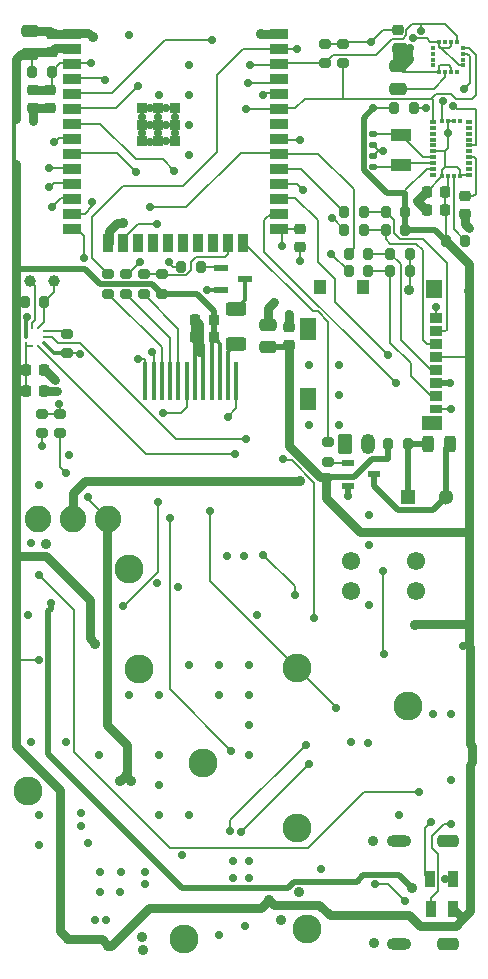
<source format=gbr>
%TF.GenerationSoftware,KiCad,Pcbnew,8.0.4*%
%TF.CreationDate,2024-08-24T14:44:17+02:00*%
%TF.ProjectId,BarbelMotionTracker-V1,42617262-656c-44d6-9f74-696f6e547261,rev?*%
%TF.SameCoordinates,PX7bfa480PY7735940*%
%TF.FileFunction,Copper,L1,Top*%
%TF.FilePolarity,Positive*%
%FSLAX46Y46*%
G04 Gerber Fmt 4.6, Leading zero omitted, Abs format (unit mm)*
G04 Created by KiCad (PCBNEW 8.0.4) date 2024-08-24 14:44:17*
%MOMM*%
%LPD*%
G01*
G04 APERTURE LIST*
G04 Aperture macros list*
%AMRoundRect*
0 Rectangle with rounded corners*
0 $1 Rounding radius*
0 $2 $3 $4 $5 $6 $7 $8 $9 X,Y pos of 4 corners*
0 Add a 4 corners polygon primitive as box body*
4,1,4,$2,$3,$4,$5,$6,$7,$8,$9,$2,$3,0*
0 Add four circle primitives for the rounded corners*
1,1,$1+$1,$2,$3*
1,1,$1+$1,$4,$5*
1,1,$1+$1,$6,$7*
1,1,$1+$1,$8,$9*
0 Add four rect primitives between the rounded corners*
20,1,$1+$1,$2,$3,$4,$5,0*
20,1,$1+$1,$4,$5,$6,$7,0*
20,1,$1+$1,$6,$7,$8,$9,0*
20,1,$1+$1,$8,$9,$2,$3,0*%
G04 Aperture macros list end*
%TA.AperFunction,SMDPad,CuDef*%
%ADD10RoundRect,0.200000X0.275000X-0.200000X0.275000X0.200000X-0.275000X0.200000X-0.275000X-0.200000X0*%
%TD*%
%TA.AperFunction,SMDPad,CuDef*%
%ADD11C,1.000000*%
%TD*%
%TA.AperFunction,SMDPad,CuDef*%
%ADD12R,0.900000X1.400000*%
%TD*%
%TA.AperFunction,SMDPad,CuDef*%
%ADD13RoundRect,0.200000X-0.200000X-0.275000X0.200000X-0.275000X0.200000X0.275000X-0.200000X0.275000X0*%
%TD*%
%TA.AperFunction,SMDPad,CuDef*%
%ADD14RoundRect,0.200000X0.200000X0.275000X-0.200000X0.275000X-0.200000X-0.275000X0.200000X-0.275000X0*%
%TD*%
%TA.AperFunction,SMDPad,CuDef*%
%ADD15RoundRect,0.225000X0.225000X0.250000X-0.225000X0.250000X-0.225000X-0.250000X0.225000X-0.250000X0*%
%TD*%
%TA.AperFunction,SMDPad,CuDef*%
%ADD16RoundRect,0.225000X0.250000X-0.225000X0.250000X0.225000X-0.250000X0.225000X-0.250000X-0.225000X0*%
%TD*%
%TA.AperFunction,SMDPad,CuDef*%
%ADD17RoundRect,0.200000X-0.275000X0.200000X-0.275000X-0.200000X0.275000X-0.200000X0.275000X0.200000X0*%
%TD*%
%TA.AperFunction,ComponentPad*%
%ADD18C,1.550000*%
%TD*%
%TA.AperFunction,SMDPad,CuDef*%
%ADD19RoundRect,0.140000X0.170000X-0.140000X0.170000X0.140000X-0.170000X0.140000X-0.170000X-0.140000X0*%
%TD*%
%TA.AperFunction,SMDPad,CuDef*%
%ADD20RoundRect,0.140000X-0.170000X0.140000X-0.170000X-0.140000X0.170000X-0.140000X0.170000X0.140000X0*%
%TD*%
%TA.AperFunction,SMDPad,CuDef*%
%ADD21RoundRect,0.225000X-0.250000X0.225000X-0.250000X-0.225000X0.250000X-0.225000X0.250000X0.225000X0*%
%TD*%
%TA.AperFunction,SMDPad,CuDef*%
%ADD22R,1.800000X1.000000*%
%TD*%
%TA.AperFunction,SMDPad,CuDef*%
%ADD23R,0.250000X0.275000*%
%TD*%
%TA.AperFunction,SMDPad,CuDef*%
%ADD24R,0.275000X0.250000*%
%TD*%
%TA.AperFunction,SMDPad,CuDef*%
%ADD25R,0.350000X3.200000*%
%TD*%
%TA.AperFunction,SMDPad,CuDef*%
%ADD26R,1.500000X0.900000*%
%TD*%
%TA.AperFunction,SMDPad,CuDef*%
%ADD27R,0.900000X1.500000*%
%TD*%
%TA.AperFunction,SMDPad,CuDef*%
%ADD28R,0.900000X0.900000*%
%TD*%
%TA.AperFunction,ComponentPad*%
%ADD29C,0.700000*%
%TD*%
%TA.AperFunction,ComponentPad*%
%ADD30C,2.250000*%
%TD*%
%TA.AperFunction,SMDPad,CuDef*%
%ADD31RoundRect,0.250000X0.475000X-0.250000X0.475000X0.250000X-0.475000X0.250000X-0.475000X-0.250000X0*%
%TD*%
%TA.AperFunction,SMDPad,CuDef*%
%ADD32RoundRect,0.250000X0.625000X-0.312500X0.625000X0.312500X-0.625000X0.312500X-0.625000X-0.312500X0*%
%TD*%
%TA.AperFunction,SMDPad,CuDef*%
%ADD33RoundRect,0.225000X-0.225000X-0.250000X0.225000X-0.250000X0.225000X0.250000X-0.225000X0.250000X0*%
%TD*%
%TA.AperFunction,SMDPad,CuDef*%
%ADD34RoundRect,0.243750X-0.243750X-0.456250X0.243750X-0.456250X0.243750X0.456250X-0.243750X0.456250X0*%
%TD*%
%TA.AperFunction,ComponentPad*%
%ADD35R,1.300000X1.300000*%
%TD*%
%TA.AperFunction,ComponentPad*%
%ADD36C,1.300000*%
%TD*%
%TA.AperFunction,SMDPad,CuDef*%
%ADD37R,1.250000X0.600000*%
%TD*%
%TA.AperFunction,ComponentPad*%
%ADD38C,2.450000*%
%TD*%
%TA.AperFunction,SMDPad,CuDef*%
%ADD39R,0.300000X0.450000*%
%TD*%
%TA.AperFunction,SMDPad,CuDef*%
%ADD40R,0.450000X0.300000*%
%TD*%
%TA.AperFunction,SMDPad,CuDef*%
%ADD41R,0.525000X0.300000*%
%TD*%
%TA.AperFunction,SMDPad,CuDef*%
%ADD42R,0.300000X0.425000*%
%TD*%
%TA.AperFunction,SMDPad,CuDef*%
%ADD43R,1.100000X0.600000*%
%TD*%
%TA.AperFunction,SMDPad,CuDef*%
%ADD44R,1.100000X0.850000*%
%TD*%
%TA.AperFunction,SMDPad,CuDef*%
%ADD45R,1.100000X0.750000*%
%TD*%
%TA.AperFunction,SMDPad,CuDef*%
%ADD46R,1.800000X1.170000*%
%TD*%
%TA.AperFunction,SMDPad,CuDef*%
%ADD47R,1.350000X1.900000*%
%TD*%
%TA.AperFunction,SMDPad,CuDef*%
%ADD48R,1.000000X1.200000*%
%TD*%
%TA.AperFunction,SMDPad,CuDef*%
%ADD49R,1.350000X1.550000*%
%TD*%
%TA.AperFunction,ComponentPad*%
%ADD50RoundRect,0.250000X-0.350000X-0.625000X0.350000X-0.625000X0.350000X0.625000X-0.350000X0.625000X0*%
%TD*%
%TA.AperFunction,ComponentPad*%
%ADD51O,1.200000X1.750000*%
%TD*%
%TA.AperFunction,ComponentPad*%
%ADD52O,2.100000X1.000000*%
%TD*%
%TA.AperFunction,ComponentPad*%
%ADD53RoundRect,0.250000X-0.650000X0.250000X-0.650000X-0.250000X0.650000X-0.250000X0.650000X0.250000X0*%
%TD*%
%TA.AperFunction,ViaPad*%
%ADD54C,0.700000*%
%TD*%
%TA.AperFunction,ViaPad*%
%ADD55C,0.900000*%
%TD*%
%TA.AperFunction,Conductor*%
%ADD56C,0.200000*%
%TD*%
%TA.AperFunction,Conductor*%
%ADD57C,0.750000*%
%TD*%
%TA.AperFunction,Conductor*%
%ADD58C,0.500000*%
%TD*%
%TA.AperFunction,Conductor*%
%ADD59C,0.350000*%
%TD*%
%TA.AperFunction,Conductor*%
%ADD60C,0.157500*%
%TD*%
G04 APERTURE END LIST*
D10*
%TO.P,R25,1*%
%TO.N,Net-(DISP1-CS)*%
X11500000Y56675000D03*
%TO.P,R25,2*%
%TO.N,VSPI_CS_Display*%
X11500000Y58325000D03*
%TD*%
D11*
%TO.P,TP5,1,1*%
%TO.N,Net-(IC6-INT)*%
X1850000Y57800000D03*
%TD*%
D12*
%TO.P,LED2,1,K*%
%TO.N,Net-(LED2-K)*%
X35800000Y4600000D03*
%TO.P,LED2,2,A*%
%TO.N,+3.3V*%
X37700000Y4600000D03*
%TD*%
D13*
%TO.P,R3,1*%
%TO.N,+3.3V*%
X2037500Y75500000D03*
%TO.P,R3,2*%
%TO.N,EN*%
X3687500Y75500000D03*
%TD*%
D14*
%TO.P,R28,1*%
%TO.N,Net-(J3-DAT0)*%
X30500000Y58600000D03*
%TO.P,R28,2*%
%TO.N,VSPI_MISO*%
X28850000Y58600000D03*
%TD*%
D13*
%TO.P,R31,1*%
%TO.N,Net-(J3-CD{slash}DAT3)*%
X31975000Y63600000D03*
%TO.P,R31,2*%
%TO.N,+3.3V*%
X33625000Y63600000D03*
%TD*%
D15*
%TO.P,C29,1*%
%TO.N,+3.3V*%
X36975000Y63800000D03*
%TO.P,C29,2*%
%TO.N,GND*%
X35425000Y63800000D03*
%TD*%
D16*
%TO.P,C21,1*%
%TO.N,+3.3V*%
X23800000Y52325000D03*
%TO.P,C21,2*%
%TO.N,GND*%
X23800000Y53875000D03*
%TD*%
D17*
%TO.P,R50,1*%
%TO.N,Piezo*%
X27100000Y44125000D03*
%TO.P,R50,2*%
%TO.N,Net-(Q4-B)*%
X27100000Y42475000D03*
%TD*%
D14*
%TO.P,R48,1*%
%TO.N,Net-(U2-NBOOT_LOAD_PIN)*%
X38725000Y61200000D03*
%TO.P,R48,2*%
%TO.N,+3.3V*%
X37075000Y61200000D03*
%TD*%
D10*
%TO.P,R36,1*%
%TO.N,SCL*%
X26850000Y76225000D03*
%TO.P,R36,2*%
%TO.N,+3.3V*%
X26850000Y77875000D03*
%TD*%
D18*
%TO.P,IC9,1,COLLECTOR*%
%TO.N,Analog-Hand-SENS*%
X34500000Y31500000D03*
%TO.P,IC9,2,EMITTER*%
%TO.N,GND*%
X34500000Y34040000D03*
%TO.P,IC9,3,CATHODE*%
X29000000Y34040000D03*
%TO.P,IC9,4,ANODE*%
%TO.N,Net-(IC9-ANODE)*%
X29000000Y31500000D03*
%TD*%
D19*
%TO.P,C32,1*%
%TO.N,Net-(U2-XIN32)*%
X30900000Y67420000D03*
%TO.P,C32,2*%
%TO.N,GND*%
X30900000Y68380000D03*
%TD*%
D20*
%TO.P,C33,1*%
%TO.N,Net-(U2-XOUT32)*%
X30900000Y70230000D03*
%TO.P,C33,2*%
%TO.N,GND*%
X30900000Y69270000D03*
%TD*%
D21*
%TO.P,C34,1*%
%TO.N,EN*%
X2087500Y73975000D03*
%TO.P,C34,2*%
%TO.N,GND*%
X2087500Y72425000D03*
%TD*%
D22*
%TO.P,Y1,1,1*%
%TO.N,Net-(U2-XIN32)*%
X33300000Y67600000D03*
%TO.P,Y1,2,2*%
%TO.N,Net-(U2-XOUT32)*%
X33300000Y70100000D03*
%TD*%
D12*
%TO.P,LED1,1,K*%
%TO.N,Net-(LED1-K)*%
X35700000Y7100000D03*
%TO.P,LED1,2,A*%
%TO.N,USB_VBUS*%
X37700000Y7100000D03*
%TD*%
D14*
%TO.P,R39,1*%
%TO.N,Net-(D1-K)*%
X33825000Y44000000D03*
%TO.P,R39,2*%
%TO.N,+3.3V*%
X32175000Y44000000D03*
%TD*%
D10*
%TO.P,R37,1*%
%TO.N,SDA*%
X28350000Y76225000D03*
%TO.P,R37,2*%
%TO.N,+3.3V*%
X28350000Y77875000D03*
%TD*%
D23*
%TO.P,IC6,1,VDDIO*%
%TO.N,+3.3V*%
X2012000Y52237000D03*
%TO.P,IC6,2,SCK*%
%TO.N,SCL*%
X2512000Y52237000D03*
D24*
%TO.P,IC6,3,VSS_1*%
%TO.N,GND*%
X3024000Y52500000D03*
%TO.P,IC6,4,SDI*%
%TO.N,SDA*%
X3024000Y53000000D03*
%TO.P,IC6,5,SDO*%
%TO.N,Net-(IC6-SDO)*%
X3024000Y53500000D03*
D23*
%TO.P,IC6,6,CSB*%
%TO.N,Net-(IC6-CSB)*%
X2512000Y53763000D03*
%TO.P,IC6,7,INT*%
%TO.N,Net-(IC6-INT)*%
X2012000Y53763000D03*
D24*
%TO.P,IC6,8,VSS_2*%
%TO.N,GND*%
X1500000Y53500000D03*
%TO.P,IC6,9,VSS_3*%
X1500000Y53000000D03*
%TO.P,IC6,10,VDD*%
%TO.N,+3.3V*%
X1500000Y52500000D03*
%TD*%
D21*
%TO.P,C28,1*%
%TO.N,+3.3V*%
X33000000Y79000000D03*
%TO.P,C28,2*%
%TO.N,GND*%
X33000000Y77450000D03*
%TD*%
D25*
%TO.P,DISP1,1,GND*%
%TO.N,GND*%
X19325000Y49275000D03*
%TO.P,DISP1,2,GND_(BL)*%
%TO.N,Net-(DISP1-GND_(BL))*%
X18625000Y49275000D03*
%TO.P,DISP1,3,VCC_(BL)*%
%TO.N,+3.3V*%
X17925000Y49275000D03*
%TO.P,DISP1,4,VCC*%
X17225000Y49275000D03*
%TO.P,DISP1,5,GND*%
%TO.N,GND*%
X16525000Y49275000D03*
%TO.P,DISP1,6,GND*%
X15825000Y49275000D03*
%TO.P,DISP1,7,DC*%
%TO.N,Diplay-DC*%
X15125000Y49275000D03*
%TO.P,DISP1,8,CS*%
%TO.N,Net-(DISP1-CS)*%
X14425000Y49275000D03*
%TO.P,DISP1,9,SCL_(CLK)*%
%TO.N,Net-(DISP1-SCL_(CLK))*%
X13725000Y49275000D03*
%TO.P,DISP1,10,SDA_(MOSI)*%
%TO.N,Net-(DISP1-SDA_(MOSI))*%
X13025000Y49275000D03*
%TO.P,DISP1,11,RES*%
%TO.N,Diplay-RES*%
X12325000Y49275000D03*
%TO.P,DISP1,12,GND*%
%TO.N,GND*%
X11625000Y49275000D03*
%TD*%
D26*
%TO.P,U1,1,GND*%
%TO.N,GND*%
X5450000Y78710000D03*
%TO.P,U1,2,VDD*%
%TO.N,+3.3V*%
X5450000Y77440000D03*
%TO.P,U1,3,EN*%
%TO.N,EN*%
X5450000Y76170000D03*
%TO.P,U1,4,SENSOR_VP*%
%TO.N,Analog-Bar-SENS*%
X5450000Y74900000D03*
%TO.P,U1,5,SENSOR_VN*%
%TO.N,Analog-Hand-SENS*%
X5450000Y73630000D03*
%TO.P,U1,6,IO34*%
%TO.N,MAG-INT*%
X5450000Y72360000D03*
%TO.P,U1,7,IO35*%
%TO.N,IMU-INT1*%
X5450000Y71090000D03*
%TO.P,U1,8,IO32*%
%TO.N,Analog-Bat-SENS*%
X5450000Y69820000D03*
%TO.P,U1,9,IO33*%
%TO.N,Diplay-BL*%
X5450000Y68550000D03*
%TO.P,U1,10,IO25*%
%TO.N,Button-UP-S4*%
X5450000Y67280000D03*
%TO.P,U1,11,IO26*%
%TO.N,Button_LEFT-S5*%
X5450000Y66010000D03*
%TO.P,U1,12,IO27*%
%TO.N,Button_CENTER-S1*%
X5450000Y64740000D03*
%TO.P,U1,13,IO14*%
%TO.N,Diplay-DC*%
X5450000Y63470000D03*
%TO.P,U1,14,IO12*%
%TO.N,Diplay-RES*%
X5450000Y62200000D03*
D27*
%TO.P,U1,15,GND*%
%TO.N,GND*%
X8485000Y60950000D03*
%TO.P,U1,16,IO13*%
%TO.N,Encoder-B*%
X9755000Y60950000D03*
%TO.P,U1,17,NC*%
%TO.N,unconnected-(U1-NC-Pad17)*%
X11025000Y60950000D03*
%TO.P,U1,18,NC*%
%TO.N,unconnected-(U1-NC-Pad18)*%
X12295000Y60950000D03*
%TO.P,U1,19,NC*%
%TO.N,unconnected-(U1-NC-Pad19)*%
X13565000Y60950000D03*
%TO.P,U1,20,NC*%
%TO.N,unconnected-(U1-NC-Pad20)*%
X14835000Y60950000D03*
%TO.P,U1,21,NC*%
%TO.N,unconnected-(U1-NC-Pad21)*%
X16105000Y60950000D03*
%TO.P,U1,22,NC*%
%TO.N,unconnected-(U1-NC-Pad22)*%
X17375000Y60950000D03*
%TO.P,U1,23,IO15*%
%TO.N,VSPI_CS_Display*%
X18645000Y60950000D03*
%TO.P,U1,24,IO2*%
%TO.N,Piezo*%
X19915000Y60950000D03*
D26*
%TO.P,U1,25,IO0*%
%TO.N,Boot*%
X22950000Y62200000D03*
%TO.P,U1,26,IO4*%
%TO.N,Button_RIGHT-S3*%
X22950000Y63470000D03*
%TO.P,U1,27,IO16*%
%TO.N,Button_DOWN-S2*%
X22950000Y64740000D03*
%TO.P,U1,28,IO17*%
%TO.N,Encoder-A*%
X22950000Y66010000D03*
%TO.P,U1,29,IO5*%
%TO.N,VSPI_CS_SD-Card*%
X22950000Y67280000D03*
%TO.P,U1,30,IO18*%
%TO.N,VSPI_CLK*%
X22950000Y68550000D03*
%TO.P,U1,31,IO19*%
%TO.N,VSPI_MISO*%
X22950000Y69820000D03*
%TO.P,U1,32,NC*%
%TO.N,unconnected-(U1-NC-Pad32)*%
X22950000Y71090000D03*
%TO.P,U1,33,IO21*%
%TO.N,SDA*%
X22950000Y72360000D03*
%TO.P,U1,34,RXD0/IO3*%
%TO.N,RX*%
X22950000Y73630000D03*
%TO.P,U1,35,TXD0/IO1*%
%TO.N,TX*%
X22950000Y74900000D03*
%TO.P,U1,36,IO22*%
%TO.N,SCL*%
X22950000Y76170000D03*
%TO.P,U1,37,IO23*%
%TO.N,VSPI_MOSI*%
X22950000Y77440000D03*
%TO.P,U1,38,GND*%
%TO.N,GND*%
X22950000Y78710000D03*
D28*
%TO.P,U1,39,GND*%
X11300000Y72390000D03*
D29*
X11300000Y71700000D03*
D28*
X11300000Y70990000D03*
D29*
X11300000Y70300000D03*
D28*
X11300000Y69590000D03*
D29*
X12000000Y72400000D03*
X12000000Y70950000D03*
X12000000Y69550000D03*
X12650000Y71700000D03*
D28*
X12700000Y72390000D03*
X12700000Y70990000D03*
D29*
X12700000Y70300000D03*
D28*
X12700000Y69590000D03*
D29*
X13400000Y72400000D03*
X13400000Y71000000D03*
X13400000Y69590000D03*
D28*
X14100000Y72390000D03*
D29*
X14100000Y71650000D03*
D28*
X14100000Y70990000D03*
D29*
X14100000Y70300000D03*
D28*
X14100000Y69590000D03*
%TD*%
D30*
%TO.P,SW1,1,1*%
%TO.N,After_PowerSwitch_BAT+*%
X8500000Y37600000D03*
%TO.P,SW1,2,2*%
%TO.N,BAT+*%
X5500000Y37600000D03*
%TO.P,SW1,3,3*%
%TO.N,unconnected-(SW1-Pad3)*%
X2500000Y37600000D03*
%TD*%
D13*
%TO.P,R27,1*%
%TO.N,VSPI_MOSI*%
X28475000Y62100000D03*
%TO.P,R27,2*%
%TO.N,Net-(J3-CMD)*%
X30125000Y62100000D03*
%TD*%
D31*
%TO.P,C2,1*%
%TO.N,+3.3V*%
X1887500Y77000000D03*
%TO.P,C2,2*%
%TO.N,GND*%
X1887500Y78900000D03*
%TD*%
D32*
%TO.P,R14,1*%
%TO.N,Net-(DISP1-GND_(BL))*%
X19300000Y52437500D03*
%TO.P,R14,2*%
%TO.N,Net-(Q3-C)*%
X19300000Y55362500D03*
%TD*%
D13*
%TO.P,R26,1*%
%TO.N,VSPI_CS_SD-Card*%
X28475000Y63600000D03*
%TO.P,R26,2*%
%TO.N,Net-(J3-CD{slash}DAT3)*%
X30125000Y63600000D03*
%TD*%
D21*
%TO.P,C30,1*%
%TO.N,Net-(U2-CAP)*%
X38700000Y64975000D03*
%TO.P,C30,2*%
%TO.N,GND*%
X38700000Y63425000D03*
%TD*%
D31*
%TO.P,C20,1*%
%TO.N,+3.3V*%
X22000000Y52150000D03*
%TO.P,C20,2*%
%TO.N,GND*%
X22000000Y54050000D03*
%TD*%
D33*
%TO.P,C22,1*%
%TO.N,+3.3V*%
X1475000Y50263000D03*
%TO.P,C22,2*%
%TO.N,GND*%
X3025000Y50263000D03*
%TD*%
D31*
%TO.P,C27,1*%
%TO.N,Net-(IC8-CAP)*%
X33000000Y74050000D03*
%TO.P,C27,2*%
%TO.N,GND*%
X33000000Y75950000D03*
%TD*%
D21*
%TO.P,C3,1*%
%TO.N,EN*%
X3587500Y73975000D03*
%TO.P,C3,2*%
%TO.N,GND*%
X3587500Y72425000D03*
%TD*%
D13*
%TO.P,R15,1*%
%TO.N,Diplay-BL*%
X14675000Y59000000D03*
%TO.P,R15,2*%
%TO.N,Net-(Q3-B)*%
X16325000Y59000000D03*
%TD*%
D17*
%TO.P,R34,1*%
%TO.N,Analog-Bat-SENS*%
X4400000Y46525000D03*
%TO.P,R34,2*%
%TO.N,After_PowerSwitch_BAT+*%
X4400000Y44875000D03*
%TD*%
D15*
%TO.P,C31,1*%
%TO.N,+3.3V*%
X36975000Y65300000D03*
%TO.P,C31,2*%
%TO.N,GND*%
X35425000Y65300000D03*
%TD*%
D14*
%TO.P,R29,1*%
%TO.N,Net-(J3-CLK)*%
X30500000Y60100000D03*
%TO.P,R29,2*%
%TO.N,VSPI_CLK*%
X28850000Y60100000D03*
%TD*%
D15*
%TO.P,C12,1*%
%TO.N,+3.3V*%
X17400000Y54510000D03*
%TO.P,C12,2*%
%TO.N,GND*%
X15850000Y54510000D03*
%TD*%
D11*
%TO.P,TP3,1,1*%
%TO.N,Net-(IC6-CSB)*%
X3900000Y57750000D03*
%TD*%
D16*
%TO.P,C1,1*%
%TO.N,+3.3V*%
X3687500Y77175000D03*
%TO.P,C1,2*%
%TO.N,GND*%
X3687500Y78725000D03*
%TD*%
D10*
%TO.P,R35,1*%
%TO.N,GND*%
X2900000Y44875000D03*
%TO.P,R35,2*%
%TO.N,Analog-Bat-SENS*%
X2900000Y46525000D03*
%TD*%
D34*
%TO.P,D1,1,K*%
%TO.N,Net-(D1-K)*%
X35562500Y44000000D03*
%TO.P,D1,2,A*%
%TO.N,Net-(D1-A)*%
X37437500Y44000000D03*
%TD*%
D17*
%TO.P,R49,1*%
%TO.N,VSPI_CS_Display*%
X13000000Y58325000D03*
%TO.P,R49,2*%
%TO.N,+3.3V*%
X13000000Y56675000D03*
%TD*%
D21*
%TO.P,C35,1*%
%TO.N,Boot*%
X24750000Y62175000D03*
%TO.P,C35,2*%
%TO.N,GND*%
X24750000Y60625000D03*
%TD*%
D33*
%TO.P,C23,1*%
%TO.N,+3.3V*%
X1475000Y48500000D03*
%TO.P,C23,2*%
%TO.N,GND*%
X3025000Y48500000D03*
%TD*%
D10*
%TO.P,R18,1*%
%TO.N,Net-(DISP1-SDA_(MOSI))*%
X8500000Y56675000D03*
%TO.P,R18,2*%
%TO.N,VSPI_MOSI*%
X8500000Y58325000D03*
%TD*%
D35*
%TO.P,U3,1,+*%
%TO.N,Net-(D1-K)*%
X33900000Y39500000D03*
D36*
%TO.P,U3,2,-*%
%TO.N,Net-(D1-A)*%
X37100000Y39500000D03*
%TD*%
D14*
%TO.P,R42,1*%
%TO.N,Net-(IC6-CSB)*%
X3075000Y56000000D03*
%TO.P,R42,2*%
%TO.N,+3.3V*%
X1425000Y56000000D03*
%TD*%
D37*
%TO.P,Q3,1,B*%
%TO.N,Net-(Q3-B)*%
X18000000Y58910000D03*
%TO.P,Q3,2,E*%
%TO.N,GND*%
X18000000Y57000000D03*
%TO.P,Q3,3,C*%
%TO.N,Net-(Q3-C)*%
X20100000Y57955000D03*
%TD*%
D14*
%TO.P,R30,1*%
%TO.N,+3.3V*%
X33625000Y62100000D03*
%TO.P,R30,2*%
%TO.N,Net-(J3-CMD)*%
X31975000Y62100000D03*
%TD*%
D13*
%TO.P,R33,1*%
%TO.N,Net-(J3-CLK)*%
X32350000Y60100000D03*
%TO.P,R33,2*%
%TO.N,+3.3V*%
X34000000Y60100000D03*
%TD*%
%TO.P,R32,1*%
%TO.N,Net-(J3-DAT0)*%
X32350000Y58600000D03*
%TO.P,R32,2*%
%TO.N,+3.3V*%
X34000000Y58600000D03*
%TD*%
D15*
%TO.P,C11,1*%
%TO.N,+3.3V*%
X17400000Y53000000D03*
%TO.P,C11,2*%
%TO.N,GND*%
X15850000Y53000000D03*
%TD*%
D38*
%TO.P,ENC1,1,COMB*%
%TO.N,GND*%
X14900000Y2100000D03*
%TO.P,ENC1,2,S2*%
%TO.N,Button_DOWN-S2*%
X25300000Y2900000D03*
%TO.P,ENC1,3,A*%
%TO.N,Encoder-A*%
X24500000Y11500000D03*
%TO.P,ENC1,4,S1*%
%TO.N,Button_CENTER-S1*%
X16500000Y17000000D03*
%TO.P,ENC1,5,S3*%
%TO.N,Button_RIGHT-S3*%
X33900000Y21800000D03*
%TO.P,ENC1,6,B*%
%TO.N,Encoder-B*%
X24500000Y25000000D03*
%TO.P,ENC1,7,COMA*%
%TO.N,GND*%
X11100000Y24900000D03*
%TO.P,ENC1,8,S5*%
%TO.N,Button_LEFT-S5*%
X1700000Y14600000D03*
%TO.P,ENC1,9,S4*%
%TO.N,Button-UP-S4*%
X10200000Y33400000D03*
%TD*%
D39*
%TO.P,IC8,1,SCL/SPI_SCK*%
%TO.N,SCL*%
X38000000Y78050000D03*
%TO.P,IC8,2,VDD*%
%TO.N,+3.3V*%
X37500000Y78050000D03*
%TO.P,IC8,3,NC_1*%
%TO.N,unconnected-(IC8-NC_1-Pad3)*%
X37000000Y78050000D03*
%TO.P,IC8,4,SPI_CS*%
%TO.N,+3.3V*%
X36500000Y78050000D03*
D40*
%TO.P,IC8,5,SPI_SDO*%
%TO.N,unconnected-(IC8-SPI_SDO-Pad5)*%
X35975000Y77525000D03*
%TO.P,IC8,6,NC_2*%
%TO.N,unconnected-(IC8-NC_2-Pad6)*%
X35975000Y77025000D03*
%TO.P,IC8,7,NC_3*%
%TO.N,unconnected-(IC8-NC_3-Pad7)*%
X35975000Y76525000D03*
%TO.P,IC8,8,NC_4*%
%TO.N,unconnected-(IC8-NC_4-Pad8)*%
X35975000Y76025000D03*
D39*
%TO.P,IC8,9,GND_1*%
%TO.N,GND*%
X36500000Y75500000D03*
%TO.P,IC8,10,CAP*%
%TO.N,Net-(IC8-CAP)*%
X37000000Y75500000D03*
%TO.P,IC8,11,GND_2*%
%TO.N,GND*%
X37500000Y75500000D03*
%TO.P,IC8,12,NC_5*%
%TO.N,unconnected-(IC8-NC_5-Pad12)*%
X38000000Y75500000D03*
D40*
%TO.P,IC8,13,VDDIO*%
%TO.N,+3.3V*%
X38525000Y76025000D03*
%TO.P,IC8,14,NC_6*%
%TO.N,unconnected-(IC8-NC_6-Pad14)*%
X38525000Y76525000D03*
%TO.P,IC8,15,INT*%
%TO.N,MAG-INT*%
X38525000Y77025000D03*
%TO.P,IC8,16,SDA/SPI_SDI*%
%TO.N,SDA*%
X38525000Y77525000D03*
%TD*%
D10*
%TO.P,R17,1*%
%TO.N,Net-(DISP1-SCL_(CLK))*%
X10000000Y56675000D03*
%TO.P,R17,2*%
%TO.N,VSPI_CLK*%
X10000000Y58325000D03*
%TD*%
D41*
%TO.P,U2,1*%
%TO.N,N/C*%
X35937500Y66750000D03*
D42*
%TO.P,U2,2,GND*%
%TO.N,GND*%
X36750000Y66687500D03*
%TO.P,U2,3,VDD*%
%TO.N,+3.3V*%
X37250000Y66687500D03*
%TO.P,U2,4,NBOOT_LOAD_PIN*%
%TO.N,Net-(U2-NBOOT_LOAD_PIN)*%
X37750000Y66687500D03*
%TO.P,U2,5,PS1*%
%TO.N,GND*%
X38250000Y66687500D03*
D41*
%TO.P,U2,6,PS0*%
X39062500Y66750000D03*
%TO.P,U2,7*%
%TO.N,N/C*%
X39062500Y67250000D03*
%TO.P,U2,8*%
X39062500Y67750000D03*
%TO.P,U2,9,CAP*%
%TO.N,Net-(U2-CAP)*%
X39062500Y68250000D03*
%TO.P,U2,10,PIN10*%
%TO.N,unconnected-(U2-PIN10-Pad10)*%
X39062500Y68750000D03*
%TO.P,U2,11,NRESET*%
%TO.N,Net-(U2-NRESET)*%
X39062500Y69250000D03*
%TO.P,U2,12*%
%TO.N,N/C*%
X39062500Y69750000D03*
%TO.P,U2,13*%
X39062500Y70250000D03*
%TO.P,U2,14,INT*%
%TO.N,unconnected-(U2-INT-Pad14)*%
X39062500Y70750000D03*
%TO.P,U2,15,PIN15*%
%TO.N,unconnected-(U2-PIN15-Pad15)*%
X39062500Y71250000D03*
D42*
%TO.P,U2,16,PIN16*%
%TO.N,unconnected-(U2-PIN16-Pad16)*%
X38250000Y71312500D03*
%TO.P,U2,17,COM3*%
%TO.N,GND*%
X37750000Y71312500D03*
%TO.P,U2,18,COM2*%
X37250000Y71312500D03*
%TO.P,U2,19,COM1*%
%TO.N,SCL*%
X36750000Y71312500D03*
D41*
%TO.P,U2,20,COM0*%
%TO.N,SDA*%
X35937500Y71250000D03*
%TO.P,U2,21*%
%TO.N,N/C*%
X35937500Y70750000D03*
%TO.P,U2,22*%
X35937500Y70250000D03*
%TO.P,U2,23*%
X35937500Y69750000D03*
%TO.P,U2,24*%
X35937500Y69250000D03*
%TO.P,U2,25,GNDIO*%
%TO.N,GND*%
X35937500Y68750000D03*
%TO.P,U2,26,XOUT32*%
%TO.N,Net-(U2-XOUT32)*%
X35937500Y68250000D03*
%TO.P,U2,27,XIN32*%
%TO.N,Net-(U2-XIN32)*%
X35937500Y67750000D03*
%TO.P,U2,28,VDDIO*%
%TO.N,+3.3V*%
X35937500Y67250000D03*
%TD*%
D17*
%TO.P,R46,1*%
%TO.N,Net-(IC6-SDO)*%
X5000000Y53325000D03*
%TO.P,R46,2*%
%TO.N,GND*%
X5000000Y51675000D03*
%TD*%
D14*
%TO.P,R44,1*%
%TO.N,Net-(U2-NRESET)*%
X34325000Y72400000D03*
%TO.P,R44,2*%
%TO.N,+3.3V*%
X32675000Y72400000D03*
%TD*%
D43*
%TO.P,Q4,1,B*%
%TO.N,Net-(Q4-B)*%
X28800000Y42350000D03*
%TO.P,Q4,2,E*%
%TO.N,GND*%
X28800000Y40450000D03*
%TO.P,Q4,3,C*%
%TO.N,Net-(D1-A)*%
X31000000Y41400000D03*
%TD*%
D44*
%TO.P,J3,1,DAT2*%
%TO.N,Net-(J3-DAT2)*%
X36215820Y54605000D03*
%TO.P,J3,2,CD/DAT3*%
%TO.N,Net-(J3-CD{slash}DAT3)*%
X36215820Y53505000D03*
%TO.P,J3,3,CMD*%
%TO.N,Net-(J3-CMD)*%
X36215820Y52405000D03*
%TO.P,J3,4,VDD*%
%TO.N,+3.3V*%
X36215820Y51305000D03*
%TO.P,J3,5,CLK*%
%TO.N,Net-(J3-CLK)*%
X36215820Y50205000D03*
%TO.P,J3,6,VSS*%
%TO.N,GND*%
X36215820Y49105000D03*
%TO.P,J3,7,DAT0*%
%TO.N,Net-(J3-DAT0)*%
X36215820Y48005000D03*
D45*
%TO.P,J3,8,DAT1*%
%TO.N,Net-(J3-DAT1)*%
X36215820Y46955000D03*
D46*
%TO.P,J3,9*%
%TO.N,N/C*%
X35865820Y45745000D03*
D47*
%TO.P,J3,10*%
X25390820Y47770000D03*
%TO.P,J3,11*%
X25390820Y53740000D03*
D48*
%TO.P,J3,12*%
X26365820Y57240000D03*
%TO.P,J3,13*%
X30065820Y57240000D03*
D49*
%TO.P,J3,14*%
X36090820Y57065000D03*
%TD*%
D50*
%TO.P,J4,1,Pin_1*%
%TO.N,GND*%
X28500000Y44000000D03*
D51*
%TO.P,J4,2,Pin_2*%
%TO.N,BAT+*%
X30500000Y44000000D03*
%TD*%
D52*
%TO.P,J1,SH1,SHELL_GND*%
%TO.N,unconnected-(J1-SHELL_GND-PadSH1)_1*%
X33070000Y10320000D03*
%TO.P,J1,SH2,SHELL_GND*%
%TO.N,unconnected-(J1-SHELL_GND-PadSH1)*%
X33070000Y1680000D03*
D53*
%TO.P,J1,SH3,SHELL_GND*%
%TO.N,unconnected-(J1-SHELL_GND-PadSH1)_3*%
X37250000Y10320000D03*
%TO.P,J1,SH4,SHELL_GND*%
%TO.N,unconnected-(J1-SHELL_GND-PadSH1)_2*%
X37250000Y1680000D03*
%TD*%
D54*
%TO.N,+3.3V*%
X34268794Y78306384D03*
X30700000Y78000000D03*
X15600000Y4700000D03*
X38500000Y26900000D03*
D55*
X22100000Y5400000D03*
X5050000Y2050000D03*
D54*
X30900000Y72400000D03*
D55*
X34450000Y28650000D03*
D54*
X2600001Y25680762D03*
D55*
X8500000Y1500000D03*
X7375000Y27050000D03*
X39025000Y56950000D03*
X33950000Y57050000D03*
D54*
%TO.N,GND*%
X28025000Y45595000D03*
X11000000Y51200000D03*
X7400000Y3700000D03*
X34000000Y76600000D03*
X9600000Y7700000D03*
D55*
X9700000Y62700000D03*
X7200000Y78400000D03*
D54*
X29000000Y18775000D03*
D55*
X11300000Y2200000D03*
D54*
X34000000Y77500000D03*
X1600000Y54700000D03*
D55*
X21400000Y78710000D03*
D54*
X37500000Y21112500D03*
X16800000Y57000000D03*
X18500000Y34500000D03*
X2625000Y10035000D03*
X17865000Y2415000D03*
D55*
X30875000Y10325000D03*
D54*
X20000000Y34500000D03*
X10245000Y22735000D03*
X19000000Y7200000D03*
X4900000Y18700000D03*
X33105000Y12575000D03*
X30500000Y18675000D03*
X15325000Y73535000D03*
X19000000Y8700000D03*
X17865000Y25275000D03*
X12785000Y73535000D03*
D55*
X11400000Y1100000D03*
D54*
X21100000Y29500000D03*
X25485000Y45595000D03*
X37400000Y49100000D03*
X37500000Y15500000D03*
X31700000Y68800000D03*
X30565000Y35435000D03*
X15325000Y70995000D03*
X34650000Y64550000D03*
X9500000Y6000000D03*
X6200000Y11600000D03*
X12785000Y17655000D03*
X6800000Y10200000D03*
D55*
X23100000Y3700000D03*
D54*
X28025000Y48135000D03*
D55*
X31000000Y1700000D03*
D54*
X15325000Y76075000D03*
X7800000Y7700000D03*
X6100000Y51600000D03*
D55*
X3200000Y35500000D03*
D54*
X39000000Y62300000D03*
X4100000Y48500000D03*
X6200000Y12700000D03*
X20405000Y22735000D03*
X37250000Y70300000D03*
X10245000Y78615000D03*
X11600000Y7700000D03*
X20400000Y8700000D03*
X7800000Y6000000D03*
X12600000Y32200000D03*
X4000000Y49400000D03*
X8300000Y3700000D03*
X7705000Y17655000D03*
X22550000Y56000000D03*
X1700000Y29500000D03*
X5165000Y43055000D03*
X14400000Y31850000D03*
X1900000Y18700000D03*
D55*
X24600000Y6000000D03*
D54*
X28025000Y50675000D03*
X26500000Y8000000D03*
X15325000Y12575000D03*
X25485000Y50675000D03*
X20100000Y3200000D03*
X30565000Y37975000D03*
X20400000Y7200000D03*
X2087500Y71300000D03*
X2625000Y40515000D03*
X20405000Y20195000D03*
X12785000Y22735000D03*
X36000000Y21137500D03*
X18600000Y46300000D03*
X20405000Y17655000D03*
X30565000Y30355000D03*
X24750000Y59500000D03*
X20405000Y25275000D03*
X17865000Y22735000D03*
X12785000Y12575000D03*
X1900000Y35600000D03*
X14700000Y9200000D03*
X2625000Y12575000D03*
X11600000Y6700000D03*
X16200000Y51800000D03*
X15325000Y25275000D03*
X15325000Y68455000D03*
X12785000Y15115000D03*
X23800000Y55000000D03*
X28800000Y39600000D03*
X2900000Y43800000D03*
%TO.N,EN*%
X18900000Y18000000D03*
X7050000Y76250000D03*
X13700000Y37700000D03*
D55*
%TO.N,USB_VBUS*%
X34178750Y6400000D03*
D54*
X3600000Y30500000D03*
X37000000Y7100000D03*
%TO.N,After_PowerSwitch_BAT+*%
X6800000Y39500000D03*
D55*
X10400000Y15400000D03*
X9444975Y15444975D03*
D54*
X4900000Y41500000D03*
%TO.N,Button_LEFT-S5*%
X3500000Y65700000D03*
%TO.N,Button-UP-S4*%
X3500000Y67300000D03*
%TO.N,Button_RIGHT-S3*%
X32805820Y49100000D03*
%TO.N,Button_DOWN-S2*%
X32200000Y51500000D03*
%TO.N,Button_CENTER-S1*%
X12700000Y39100000D03*
X9700000Y30250000D03*
X3680439Y64000000D03*
%TO.N,Encoder-A*%
X31800000Y26200000D03*
X31700000Y33200000D03*
X25000000Y65500000D03*
%TO.N,Encoder-B*%
X12600000Y62600000D03*
X27800000Y21600000D03*
X17100000Y38300000D03*
%TO.N,Boot*%
X23300000Y42700000D03*
X25900000Y29200000D03*
X23150000Y60750000D03*
%TO.N,Diplay-DC*%
X13100000Y46600000D03*
X7100000Y64500000D03*
%TO.N,Diplay-RES*%
X12200000Y51800000D03*
X6400000Y59700000D03*
%TO.N,/microcontroller/USB_D++*%
X33625001Y5240758D03*
X31100000Y6700000D03*
%TO.N,Net-(IC2-RXD)*%
X25200000Y18500000D03*
X18800201Y11200000D03*
%TO.N,Net-(IC2-TXD)*%
X25500000Y16900000D03*
X19700000Y11100000D03*
D55*
%TO.N,BAT+*%
X24700000Y40800000D03*
D54*
%TO.N,Net-(IC3-~{CHRG})*%
X2600000Y32900000D03*
X34800000Y14500000D03*
%TO.N,Analog-Hand-SENS*%
X17300000Y78200000D03*
%TO.N,SCL*%
X19250000Y43100000D03*
X36800000Y73000000D03*
X35000000Y78906384D03*
X20500000Y76100000D03*
%TO.N,SDA*%
X20150000Y72300000D03*
X20150000Y44400000D03*
%TO.N,IMU-INT1*%
X21600000Y34600000D03*
X14075735Y67124265D03*
X24250000Y31150000D03*
%TO.N,MAG-INT*%
X11000000Y74300000D03*
X38600000Y74000000D03*
%TO.N,Net-(J3-DAT2)*%
X36200000Y55600000D03*
%TO.N,Net-(J3-DAT1)*%
X37500000Y46900000D03*
%TO.N,Net-(LED1-K)*%
X35800000Y12000000D03*
%TO.N,Net-(LED2-K)*%
X37500000Y11800000D03*
%TO.N,TX*%
X20300000Y74500000D03*
%TO.N,RX*%
X21600000Y73500000D03*
%TO.N,Diplay-BL*%
X10800000Y67000000D03*
X13600000Y59400000D03*
%TO.N,VSPI_CLK*%
X12000000Y64000000D03*
X11200000Y59400000D03*
%TO.N,VSPI_MOSI*%
X27400000Y63100000D03*
X24500000Y77400000D03*
%TO.N,VSPI_MISO*%
X27375000Y60075000D03*
X24700000Y69700000D03*
%TO.N,Analog-Bat-SENS*%
X3900000Y69500000D03*
X4300000Y47400000D03*
%TO.N,Analog-Bar-SENS*%
X8200000Y74750000D03*
%TO.N,Net-(U2-NRESET)*%
X37700000Y72600000D03*
X35400000Y72400000D03*
%TD*%
D56*
%TO.N,+3.3V*%
X35493616Y78306384D02*
X35750000Y78050000D01*
D57*
X6900000Y27525000D02*
X6900000Y30800000D01*
X29800000Y36500000D02*
X38725000Y36500000D01*
D56*
X37500000Y78050000D02*
X37500000Y77675000D01*
D57*
X825000Y34500000D02*
X675000Y34650000D01*
D56*
X35425000Y67250000D02*
X35937500Y67250000D01*
X30700000Y78000000D02*
X31750000Y79050000D01*
D58*
X24025000Y52100000D02*
X23800000Y52325000D01*
D56*
X1475000Y48500000D02*
X1475000Y50263000D01*
D57*
X3200000Y34500000D02*
X825000Y34500000D01*
X38725000Y36500000D02*
X39025000Y36800000D01*
D58*
X700000Y58800000D02*
X675000Y58775000D01*
D57*
X4012500Y77500000D02*
X3687500Y77175000D01*
D56*
X34000000Y58600000D02*
X34000000Y57100000D01*
D58*
X17400000Y53000000D02*
X17400000Y54510000D01*
D57*
X1100000Y77000000D02*
X675000Y76575000D01*
D58*
X23625000Y52150000D02*
X23800000Y52325000D01*
D57*
X23800000Y43778859D02*
X23800000Y52325000D01*
X39100000Y16831192D02*
X39100000Y4400000D01*
D59*
X525000Y67850000D02*
X525000Y71375000D01*
D58*
X27100000Y41203859D02*
X29253859Y41203859D01*
D56*
X2037500Y76850000D02*
X1887500Y77000000D01*
X37500000Y77675000D02*
X37362500Y77537500D01*
D57*
X6900000Y30800000D02*
X3200000Y34500000D01*
D59*
X525000Y71375000D02*
X675000Y71525000D01*
D56*
X36500000Y77625000D02*
X36500000Y78050000D01*
D57*
X27230000Y4070000D02*
X33967645Y4070000D01*
D56*
X1425000Y56000000D02*
X675000Y56000000D01*
D57*
X675000Y34650000D02*
X675000Y25700000D01*
D58*
X29253859Y41203859D02*
X30775000Y42725000D01*
D56*
X34000000Y57100000D02*
X33950000Y57050000D01*
X37250000Y66687500D02*
X37250000Y65575000D01*
X37362500Y77537500D02*
X36587500Y77537500D01*
D57*
X39100000Y4400000D02*
X38500000Y3800000D01*
D58*
X17400000Y55266726D02*
X17400000Y54510000D01*
D57*
X8700000Y1500000D02*
X11900000Y4700000D01*
X34837645Y3200000D02*
X37900000Y3200000D01*
X4400000Y2700000D02*
X4400000Y14700000D01*
X15600000Y4700000D02*
X21400000Y4700000D01*
D56*
X37075000Y61200000D02*
X37000000Y61200000D01*
D57*
X37900000Y3200000D02*
X38500000Y3800000D01*
D59*
X17225000Y52825000D02*
X17400000Y53000000D01*
D57*
X39100000Y18568808D02*
X39275000Y18393808D01*
X26900000Y39400000D02*
X29800000Y36500000D01*
D58*
X6492894Y58800000D02*
X700000Y58800000D01*
D56*
X30700000Y78000000D02*
X28475000Y78000000D01*
D57*
X39275000Y18393808D02*
X39275000Y17006192D01*
X26325000Y4975000D02*
X27230000Y4070000D01*
D56*
X35750000Y78050000D02*
X36500000Y78050000D01*
D58*
X15991726Y56675000D02*
X17400000Y55266726D01*
D59*
X17225000Y49275000D02*
X17225000Y52825000D01*
D57*
X675000Y67700000D02*
X675000Y57100000D01*
X8500000Y1500000D02*
X8700000Y1500000D01*
D59*
X17925000Y52475000D02*
X17400000Y53000000D01*
D57*
X33967645Y4070000D02*
X34837645Y3200000D01*
D56*
X33625000Y65450000D02*
X35425000Y67250000D01*
D58*
X675000Y58775000D02*
X675000Y57100000D01*
X30100000Y71600000D02*
X30900000Y72400000D01*
D56*
X36215820Y51305000D02*
X38820000Y51305000D01*
D57*
X22100000Y5400000D02*
X22525000Y4975000D01*
X27100000Y41203859D02*
X26375000Y41203859D01*
D58*
X33625000Y62100000D02*
X33625000Y63600000D01*
D56*
X1500000Y50288000D02*
X1475000Y50263000D01*
X38820000Y51305000D02*
X39025000Y51100000D01*
D58*
X36175000Y62100000D02*
X33625000Y62100000D01*
D56*
X694238Y25680762D02*
X675000Y25700000D01*
D57*
X4400000Y14700000D02*
X675000Y18425000D01*
D56*
X2037500Y75500000D02*
X2037500Y76850000D01*
D58*
X7767894Y57525000D02*
X6492894Y58800000D01*
X37075000Y61200000D02*
X36175000Y62100000D01*
D56*
X37075000Y63700000D02*
X36975000Y63800000D01*
D57*
X21400000Y4700000D02*
X22100000Y5400000D01*
D56*
X2012000Y52237000D02*
X1537000Y52237000D01*
X37250000Y65575000D02*
X36975000Y65300000D01*
X28475000Y78000000D02*
X28350000Y77875000D01*
D57*
X39025000Y51100000D02*
X39025000Y56950000D01*
X5500000Y77500000D02*
X4012500Y77500000D01*
D58*
X32175000Y42725000D02*
X32175000Y44000000D01*
D56*
X31750000Y79050000D02*
X33000000Y79050000D01*
D57*
X7950000Y2050000D02*
X8500000Y1500000D01*
D58*
X33625000Y65200000D02*
X32042444Y65200000D01*
D56*
X36587500Y77537500D02*
X36500000Y77625000D01*
D57*
X39025000Y26900000D02*
X39025000Y28700000D01*
D58*
X13000000Y56675000D02*
X12150000Y57525000D01*
D57*
X675000Y76575000D02*
X675000Y71525000D01*
D56*
X1500000Y52500000D02*
X1500000Y52200000D01*
D57*
X39025000Y59250000D02*
X37075000Y61200000D01*
D58*
X13000000Y56675000D02*
X15991726Y56675000D01*
D56*
X38500000Y26900000D02*
X39025000Y26900000D01*
X34000000Y58600000D02*
X34000000Y60100000D01*
D57*
X27100000Y41203859D02*
X26900000Y41003859D01*
D58*
X22000000Y52150000D02*
X23625000Y52150000D01*
D57*
X1887500Y77000000D02*
X1100000Y77000000D01*
D56*
X37075000Y61200000D02*
X37075000Y63700000D01*
D57*
X5050000Y2050000D02*
X7950000Y2050000D01*
X39025000Y41500000D02*
X39025000Y51100000D01*
X38500000Y3800000D02*
X37700000Y4600000D01*
D56*
X30900000Y72400000D02*
X32675000Y72400000D01*
D57*
X26900000Y41003859D02*
X26900000Y39400000D01*
X7375000Y27050000D02*
X6900000Y27525000D01*
D56*
X36500000Y78050000D02*
X36500000Y77675000D01*
D57*
X39100000Y26825000D02*
X39100000Y18568808D01*
D56*
X34268794Y78306384D02*
X35493616Y78306384D01*
D57*
X3687500Y77175000D02*
X1675000Y77175000D01*
X675000Y18425000D02*
X675000Y25700000D01*
D56*
X33625000Y65200000D02*
X33625000Y65450000D01*
D57*
X675000Y56000000D02*
X675000Y34650000D01*
D56*
X1537000Y52237000D02*
X1500000Y52200000D01*
D57*
X5050000Y2050000D02*
X4400000Y2700000D01*
D56*
X1500000Y52200000D02*
X1500000Y50288000D01*
D58*
X30775000Y42725000D02*
X32175000Y42725000D01*
D57*
X34500000Y28700000D02*
X34450000Y28650000D01*
D58*
X32042444Y65200000D02*
X30100000Y67142444D01*
D56*
X36500000Y77675000D02*
X38150000Y76025000D01*
X28350000Y77875000D02*
X26850000Y77875000D01*
D57*
X39025000Y26900000D02*
X39100000Y26825000D01*
X675000Y57100000D02*
X675000Y56000000D01*
X39275000Y17006192D02*
X39100000Y16831192D01*
X39025000Y28700000D02*
X39025000Y41500000D01*
D56*
X2600001Y25680762D02*
X694238Y25680762D01*
D57*
X22525000Y4975000D02*
X26325000Y4975000D01*
X26375000Y41203859D02*
X23800000Y43778859D01*
X39025000Y28700000D02*
X34500000Y28700000D01*
X39025000Y56950000D02*
X39025000Y59250000D01*
D58*
X30100000Y67142444D02*
X30100000Y71600000D01*
X12150000Y57525000D02*
X7767894Y57525000D01*
D56*
X38150000Y76025000D02*
X38525000Y76025000D01*
D59*
X675000Y67700000D02*
X525000Y67850000D01*
D56*
X36975000Y65300000D02*
X36975000Y63800000D01*
D58*
X33625000Y63600000D02*
X33625000Y65200000D01*
D57*
X11900000Y4700000D02*
X15600000Y4700000D01*
D59*
X17925000Y49275000D02*
X17925000Y52475000D01*
D56*
%TO.N,GND*%
X38250000Y67150000D02*
X38000000Y67400000D01*
X36500000Y75500000D02*
X36500000Y75975000D01*
X37250000Y69050000D02*
X36950000Y68750000D01*
X11600000Y51100000D02*
X11500000Y51200000D01*
D59*
X3849000Y51675000D02*
X5000000Y51675000D01*
D57*
X3512500Y78900000D02*
X3687500Y78725000D01*
X3025000Y50263000D02*
X3137000Y50263000D01*
D56*
X37750000Y71312500D02*
X37250000Y71312500D01*
D57*
X22000000Y54050000D02*
X22000000Y55450000D01*
D56*
X11500000Y51200000D02*
X11000000Y51200000D01*
D57*
X21400000Y78710000D02*
X22950000Y78710000D01*
D56*
X11625000Y51075000D02*
X11600000Y51100000D01*
X36750000Y66687500D02*
X36750000Y66625000D01*
X39062500Y66750000D02*
X38312500Y66750000D01*
X2900000Y44875000D02*
X2900000Y43800000D01*
X24750000Y60625000D02*
X24750000Y59500000D01*
D58*
X36215820Y49105000D02*
X37395000Y49105000D01*
X28800000Y40450000D02*
X28800000Y39600000D01*
D56*
X33450000Y75500000D02*
X36500000Y75500000D01*
D57*
X16200000Y54160000D02*
X15850000Y54510000D01*
X3587500Y72425000D02*
X2087500Y72425000D01*
X1887500Y78900000D02*
X3512500Y78900000D01*
X22000000Y55450000D02*
X22550000Y56000000D01*
D56*
X38312500Y66750000D02*
X38250000Y66687500D01*
X37500000Y75825000D02*
X37500000Y75500000D01*
X5000000Y51675000D02*
X6025000Y51675000D01*
X36550000Y76025000D02*
X37300000Y76025000D01*
D57*
X3025000Y48500000D02*
X4100000Y48500000D01*
D56*
X6025000Y51675000D02*
X6100000Y51600000D01*
X36950000Y67450000D02*
X37000000Y67400000D01*
D57*
X6780000Y78770000D02*
X4850000Y78770000D01*
D59*
X1500000Y53500000D02*
X1500000Y53000000D01*
D57*
X3687500Y78725000D02*
X5392500Y78725000D01*
X15850000Y53000000D02*
X15850000Y54510000D01*
D56*
X37250000Y70300000D02*
X37250000Y71312500D01*
D59*
X1500000Y54600000D02*
X1600000Y54700000D01*
D56*
X31320000Y68800000D02*
X30900000Y68380000D01*
D57*
X2087500Y72425000D02*
X2087500Y71300000D01*
D56*
X36750000Y66625000D02*
X35425000Y65300000D01*
X11625000Y49275000D02*
X11625000Y51075000D01*
D57*
X4850000Y78770000D02*
X4805000Y78725000D01*
D56*
X33000000Y75950000D02*
X33450000Y75500000D01*
D57*
X8540000Y61985000D02*
X8540000Y61010000D01*
D56*
X31370000Y68800000D02*
X30900000Y69270000D01*
D57*
X9700000Y62700000D02*
X9255000Y62700000D01*
D56*
X36500000Y75975000D02*
X36550000Y76025000D01*
D57*
X38700000Y62600000D02*
X38700000Y63425000D01*
X35400000Y65300000D02*
X35425000Y65300000D01*
D56*
X36950000Y68750000D02*
X36950000Y67450000D01*
D58*
X37395000Y49105000D02*
X37400000Y49100000D01*
D56*
X19325000Y47025000D02*
X19325000Y49275000D01*
D57*
X34650000Y64550000D02*
X35400000Y63800000D01*
D56*
X37300000Y76025000D02*
X37500000Y75825000D01*
X37250000Y70300000D02*
X37250000Y69050000D01*
X31700000Y68800000D02*
X31320000Y68800000D01*
D57*
X34650000Y64550000D02*
X35400000Y65300000D01*
X9255000Y62700000D02*
X8540000Y61985000D01*
D56*
X18600000Y46300000D02*
X19325000Y47025000D01*
D57*
X23800000Y53875000D02*
X23800000Y55000000D01*
D59*
X3024000Y52500000D02*
X3849000Y51675000D01*
D57*
X16200000Y51800000D02*
X16200000Y54160000D01*
X3137000Y50263000D02*
X4000000Y49400000D01*
D56*
X37000000Y67400000D02*
X36750000Y67150000D01*
D57*
X39000000Y62300000D02*
X38700000Y62600000D01*
D59*
X18000000Y57000000D02*
X16800000Y57000000D01*
D58*
X7150000Y78400000D02*
X7200000Y78400000D01*
D59*
X15825000Y49275000D02*
X15825000Y52975000D01*
D56*
X36750000Y67150000D02*
X36750000Y66687500D01*
X38250000Y66687500D02*
X38250000Y67150000D01*
D59*
X1500000Y53500000D02*
X1500000Y54600000D01*
D57*
X35400000Y63800000D02*
X35425000Y63800000D01*
D56*
X38000000Y67400000D02*
X37000000Y67400000D01*
D59*
X15825000Y52975000D02*
X15850000Y53000000D01*
D56*
X31700000Y68800000D02*
X31370000Y68800000D01*
D59*
X16525000Y52325000D02*
X15850000Y53000000D01*
X16525000Y49275000D02*
X16525000Y52325000D01*
D57*
X7150000Y78400000D02*
X6780000Y78770000D01*
D56*
X35937500Y68750000D02*
X36950000Y68750000D01*
%TO.N,EN*%
X6709239Y76250000D02*
X6689239Y76230000D01*
X4417500Y76230000D02*
X3687500Y75500000D01*
X13700000Y23200000D02*
X18900000Y18000000D01*
X13700000Y37700000D02*
X13700000Y23200000D01*
X5500000Y76230000D02*
X4417500Y76230000D01*
D57*
X2087500Y73975000D02*
X3587500Y73975000D01*
D56*
X3687500Y75500000D02*
X3687500Y74075000D01*
X6689239Y76230000D02*
X5500000Y76230000D01*
X3687500Y74075000D02*
X3587500Y73975000D01*
X7050000Y76250000D02*
X6709239Y76250000D01*
D58*
%TO.N,USB_VBUS*%
X3600000Y30500000D02*
X3600000Y30031192D01*
D56*
X37000000Y7100000D02*
X37700000Y7100000D01*
D58*
X23727207Y6400000D02*
X24227207Y6900000D01*
X33128750Y7450000D02*
X30050000Y7450000D01*
X3400000Y17700000D02*
X14700000Y6400000D01*
X3600000Y30031192D02*
X3400000Y29831192D01*
X34178750Y6400000D02*
X33128750Y7450000D01*
X3400000Y29831192D02*
X3400000Y17700000D01*
X24227207Y6900000D02*
X29500000Y6900000D01*
X30050000Y7450000D02*
X29500000Y6900000D01*
X14700000Y6400000D02*
X23727207Y6400000D01*
D57*
%TO.N,After_PowerSwitch_BAT+*%
X9444975Y15444975D02*
X10100000Y16100000D01*
X10400000Y15400000D02*
X10100000Y15700000D01*
X9600000Y19000000D02*
X8400000Y20200000D01*
X10100000Y18500000D02*
X9600000Y19000000D01*
D56*
X6800000Y39300000D02*
X8500000Y37600000D01*
D57*
X8400000Y37400000D02*
X8500000Y37500000D01*
D56*
X6800000Y39500000D02*
X6800000Y39300000D01*
D57*
X10100000Y16100000D02*
X10100000Y18500000D01*
X10100000Y15700000D02*
X10100000Y18500000D01*
D56*
X4400000Y42000000D02*
X4400000Y44875000D01*
D57*
X8400000Y20200000D02*
X8400000Y37400000D01*
D56*
X4900000Y41500000D02*
X4400000Y42000000D01*
%TO.N,Button_LEFT-S5*%
X3500000Y65700000D02*
X3870000Y66070000D01*
X3870000Y66070000D02*
X5500000Y66070000D01*
%TO.N,Button-UP-S4*%
X3500000Y67300000D02*
X3540000Y67340000D01*
X3540000Y67340000D02*
X5500000Y67340000D01*
%TO.N,Button_RIGHT-S3*%
X32805820Y49100000D02*
X21700000Y60205820D01*
X21700000Y62900000D02*
X22330000Y63530000D01*
X22330000Y63530000D02*
X23000000Y63530000D01*
X21700000Y60205820D02*
X21700000Y62900000D01*
%TO.N,Button_DOWN-S2*%
X24300000Y64800000D02*
X23000000Y64800000D01*
X27700000Y57900000D02*
X26200000Y59400000D01*
X26200000Y62900000D02*
X24300000Y64800000D01*
X26200000Y59400000D02*
X26200000Y62900000D01*
X32200000Y51500000D02*
X27700000Y56000000D01*
X27700000Y56000000D02*
X27700000Y57900000D01*
%TO.N,Button_CENTER-S1*%
X9801471Y30250000D02*
X9700000Y30250000D01*
X12700000Y33148529D02*
X9801471Y30250000D01*
X4480439Y64800000D02*
X5500000Y64800000D01*
X3680439Y64000000D02*
X4480439Y64800000D01*
X12700000Y39100000D02*
X12700000Y33148529D01*
%TO.N,Encoder-A*%
X24490000Y66010000D02*
X22950000Y66010000D01*
X25000000Y65500000D02*
X24490000Y66010000D01*
X31700000Y26300000D02*
X31800000Y26200000D01*
X31700000Y33200000D02*
X31700000Y26300000D01*
%TO.N,Encoder-B*%
X27800000Y21600000D02*
X27800000Y21700000D01*
X17100000Y38300000D02*
X17100000Y32400000D01*
X10975000Y62600000D02*
X9810000Y61435000D01*
X27800000Y21700000D02*
X24500000Y25000000D01*
X9810000Y61435000D02*
X9810000Y61010000D01*
X12600000Y62600000D02*
X10975000Y62600000D01*
X17100000Y32400000D02*
X24500000Y25000000D01*
%TO.N,Net-(IC8-CAP)*%
X37000000Y75500000D02*
X37000000Y75025000D01*
X36025000Y74050000D02*
X33000000Y74050000D01*
X37000000Y75025000D02*
X36025000Y74050000D01*
%TO.N,Net-(U2-CAP)*%
X39450000Y68250000D02*
X39575000Y68125000D01*
X39575000Y68125000D02*
X39575000Y65175000D01*
X39062500Y68250000D02*
X39450000Y68250000D01*
X39375000Y64975000D02*
X38700000Y64975000D01*
X39575000Y65175000D02*
X39375000Y64975000D01*
%TO.N,Net-(U2-XIN32)*%
X30900000Y67420000D02*
X33120000Y67420000D01*
X35937500Y67750000D02*
X33450000Y67750000D01*
X33120000Y67420000D02*
X33300000Y67600000D01*
X33450000Y67750000D02*
X33300000Y67600000D01*
%TO.N,Net-(U2-XOUT32)*%
X33170000Y70230000D02*
X33300000Y70100000D01*
X35937500Y68250000D02*
X35150000Y68250000D01*
X30900000Y70230000D02*
X33170000Y70230000D01*
X35150000Y68250000D02*
X33300000Y70100000D01*
%TO.N,Boot*%
X23085000Y62175000D02*
X23000000Y62260000D01*
X25900000Y40694975D02*
X23994975Y42600000D01*
X23994975Y42600000D02*
X23400000Y42600000D01*
X23150000Y62110000D02*
X23000000Y62260000D01*
X25900000Y29200000D02*
X25900000Y40694975D01*
X23150000Y60750000D02*
X23150000Y62110000D01*
X23400000Y42600000D02*
X23300000Y42700000D01*
X24750000Y62175000D02*
X23085000Y62175000D01*
D59*
%TO.N,Net-(DISP1-GND_(BL))*%
X18625000Y51762500D02*
X19300000Y52437500D01*
X18625000Y49275000D02*
X18625000Y51762500D01*
D56*
%TO.N,Net-(DISP1-SDA_(MOSI))*%
X13025000Y52150000D02*
X8500000Y56675000D01*
X13025000Y49275000D02*
X13025000Y52150000D01*
%TO.N,Net-(DISP1-SCL_(CLK))*%
X13725000Y49275000D02*
X13725000Y52950000D01*
X13725000Y52950000D02*
X10000000Y56675000D01*
%TO.N,Diplay-DC*%
X5080000Y63530000D02*
X5500000Y63530000D01*
X6470000Y63470000D02*
X5450000Y63470000D01*
X7100000Y64500000D02*
X7100000Y64100000D01*
X14600000Y46600000D02*
X15125000Y47125000D01*
X13100000Y46600000D02*
X14600000Y46600000D01*
X7100000Y64100000D02*
X6470000Y63470000D01*
X15125000Y47125000D02*
X15125000Y49275000D01*
%TO.N,Diplay-RES*%
X12325000Y51675000D02*
X12325000Y49275000D01*
X6400000Y61600000D02*
X6400000Y59700000D01*
X12200000Y51800000D02*
X12325000Y51675000D01*
X5450000Y62200000D02*
X5800000Y62200000D01*
X5800000Y62200000D02*
X6400000Y61600000D01*
%TO.N,Net-(DISP1-CS)*%
X14425000Y53750000D02*
X11500000Y56675000D01*
X14425000Y49275000D02*
X14425000Y53750000D01*
D60*
%TO.N,/microcontroller/USB_D++*%
X33625001Y5240758D02*
X32165759Y6700000D01*
X32165759Y6700000D02*
X31100000Y6700000D01*
D56*
%TO.N,Net-(IC2-RXD)*%
X18800201Y11200000D02*
X18800201Y12100201D01*
X18800201Y12100201D02*
X25200000Y18500000D01*
%TO.N,Net-(IC2-TXD)*%
X25500000Y16900000D02*
X19700000Y11100000D01*
D57*
%TO.N,BAT+*%
X5500000Y39800000D02*
X5500000Y37500000D01*
X6500000Y40800000D02*
X5500000Y39800000D01*
X24700000Y40800000D02*
X6500000Y40800000D01*
D56*
%TO.N,Net-(IC3-~{CHRG})*%
X5600000Y29900000D02*
X2600000Y32900000D01*
X5600000Y17900000D02*
X5600000Y29900000D01*
X34800000Y14500000D02*
X30100000Y14500000D01*
X25400000Y9800000D02*
X13700000Y9800000D01*
X13700000Y9800000D02*
X5600000Y17900000D01*
X30100000Y14500000D02*
X25400000Y9800000D01*
%TO.N,Analog-Hand-SENS*%
X13300000Y78200000D02*
X8790000Y73690000D01*
X17300000Y78200000D02*
X13300000Y78200000D01*
X8790000Y73690000D02*
X5500000Y73690000D01*
%TO.N,Net-(IC6-SDO)*%
X4825000Y53500000D02*
X5000000Y53325000D01*
X3024000Y53500000D02*
X4825000Y53500000D01*
%TO.N,SCL*%
X23005000Y76225000D02*
X23000000Y76230000D01*
X35000000Y79500000D02*
X37000000Y79500000D01*
X33725000Y78572014D02*
X33725000Y79025000D01*
X19250000Y43100000D02*
X11649000Y43100000D01*
X34200000Y79500000D02*
X35000000Y79500000D01*
X36750000Y72950000D02*
X36750000Y71312500D01*
X36800000Y73000000D02*
X36750000Y72950000D01*
X22220000Y76100000D02*
X22350000Y76230000D01*
X38000000Y78500000D02*
X38000000Y78400000D01*
X26850000Y76225000D02*
X27550000Y76925000D01*
X33725000Y79025000D02*
X34200000Y79500000D01*
X20500000Y76100000D02*
X22220000Y76100000D01*
X32500000Y78300000D02*
X33452986Y78300000D01*
X11649000Y43100000D02*
X2512000Y52237000D01*
X33452986Y78300000D02*
X33725000Y78572014D01*
X31125000Y76925000D02*
X32500000Y78300000D01*
X35000000Y78906384D02*
X35000000Y79500000D01*
X26850000Y76225000D02*
X23005000Y76225000D01*
X37000000Y79500000D02*
X38000000Y78500000D01*
X27550000Y76925000D02*
X31125000Y76925000D01*
X38000000Y78400000D02*
X38000000Y78050000D01*
%TO.N,Net-(IC6-INT)*%
X2250000Y54430761D02*
X2250000Y57400000D01*
X2250000Y57400000D02*
X1850000Y57800000D01*
X2012000Y53763000D02*
X2012000Y54192761D01*
X2012000Y54192761D02*
X2250000Y54430761D01*
%TO.N,SDA*%
X3700000Y53000000D02*
X3024000Y53000000D01*
X28350000Y76225000D02*
X28350000Y73200000D01*
X24320000Y72420000D02*
X25100000Y73200000D01*
X20150000Y72300000D02*
X22230000Y72300000D01*
X36200000Y73600000D02*
X35800000Y73200000D01*
X37500000Y73600000D02*
X36200000Y73600000D01*
X39000000Y77525000D02*
X39600000Y76925000D01*
X20150000Y44400000D02*
X14219239Y44400000D01*
X6119239Y52500000D02*
X4200000Y52500000D01*
X35800000Y73200000D02*
X36000000Y73200000D01*
X14219239Y44400000D02*
X6119239Y52500000D01*
X39600000Y76925000D02*
X39600000Y73500000D01*
X36000000Y73200000D02*
X36000000Y71312500D01*
X22350000Y72420000D02*
X23545000Y72420000D01*
X25100000Y73200000D02*
X28350000Y73200000D01*
X4200000Y52500000D02*
X3700000Y53000000D01*
X23000000Y72420000D02*
X24320000Y72420000D01*
X36000000Y71312500D02*
X35937500Y71250000D01*
X28350000Y73200000D02*
X35800000Y73200000D01*
X38525000Y77525000D02*
X39000000Y77525000D01*
X39300000Y73200000D02*
X37900000Y73200000D01*
X39600000Y73500000D02*
X39300000Y73200000D01*
X22230000Y72300000D02*
X22350000Y72420000D01*
X37900000Y73200000D02*
X37500000Y73600000D01*
%TO.N,Net-(IC6-CSB)*%
X3900000Y57750000D02*
X3900000Y56825000D01*
X3075000Y56000000D02*
X3075000Y54326000D01*
X3900000Y56825000D02*
X3075000Y56000000D01*
X3075000Y54326000D02*
X2512000Y53763000D01*
%TO.N,IMU-INT1*%
X10800000Y68100000D02*
X7810000Y71090000D01*
X7810000Y71090000D02*
X5450000Y71090000D01*
X14075735Y67124265D02*
X13100000Y68100000D01*
X24250000Y31950000D02*
X21600000Y34600000D01*
X24250000Y31150000D02*
X24250000Y31950000D01*
X13100000Y68100000D02*
X10800000Y68100000D01*
%TO.N,MAG-INT*%
X11000000Y74300000D02*
X9120000Y72420000D01*
X9120000Y72420000D02*
X5500000Y72420000D01*
X39100000Y76800000D02*
X38875000Y77025000D01*
X39100000Y74500000D02*
X39100000Y76800000D01*
X38600000Y74000000D02*
X39100000Y74500000D01*
X38875000Y77025000D02*
X38525000Y77025000D01*
%TO.N,Net-(J3-CLK)*%
X36215820Y50205000D02*
X35795000Y50205000D01*
X33250000Y52750000D02*
X33250000Y59200000D01*
X33250000Y59200000D02*
X32350000Y60100000D01*
X35795000Y50205000D02*
X33250000Y52750000D01*
X30500000Y60100000D02*
X32350000Y60100000D01*
%TO.N,Net-(J3-DAT2)*%
X36215820Y55584180D02*
X36200000Y55600000D01*
X36215820Y54605000D02*
X36215820Y55584180D01*
%TO.N,Net-(J3-CD{slash}DAT3)*%
X37125000Y59312352D02*
X35112352Y61325000D01*
X36965820Y53505000D02*
X37125000Y53664180D01*
X35112352Y61325000D02*
X33212352Y61325000D01*
X32675000Y62900000D02*
X31975000Y63600000D01*
X37125000Y53664180D02*
X37125000Y59312352D01*
X36215820Y53505000D02*
X36965820Y53505000D01*
X32675000Y61862352D02*
X32675000Y62900000D01*
X31975000Y63600000D02*
X30125000Y63600000D01*
X33212352Y61325000D02*
X32675000Y61862352D01*
%TO.N,Net-(J3-CMD)*%
X31975000Y62100000D02*
X30125000Y62100000D01*
X31975000Y61325000D02*
X31975000Y62100000D01*
X35100000Y60400000D02*
X34575000Y60925000D01*
X36215820Y52405000D02*
X35465820Y52405000D01*
X32375000Y60925000D02*
X31975000Y61325000D01*
X34575000Y60925000D02*
X32375000Y60925000D01*
X35100000Y52770820D02*
X35100000Y60400000D01*
X35465820Y52405000D02*
X35100000Y52770820D01*
%TO.N,Net-(J3-DAT0)*%
X34100000Y50800000D02*
X32350000Y52550000D01*
X32350000Y58600000D02*
X30500000Y58600000D01*
X35840820Y48005000D02*
X34100000Y49745820D01*
X34100000Y49745820D02*
X34100000Y50800000D01*
X36215820Y48005000D02*
X35840820Y48005000D01*
X32350000Y52550000D02*
X32350000Y58600000D01*
%TO.N,Net-(J3-DAT1)*%
X36215820Y46955000D02*
X37445000Y46955000D01*
X37445000Y46955000D02*
X37500000Y46900000D01*
%TO.N,Net-(LED1-K)*%
X35300000Y7500000D02*
X35700000Y7100000D01*
X35300000Y11500000D02*
X35300000Y7500000D01*
X35800000Y12000000D02*
X35300000Y11500000D01*
%TO.N,Net-(LED2-K)*%
X36400000Y9300000D02*
X36400000Y6100000D01*
X36400000Y6100000D02*
X35800000Y5500000D01*
X36900000Y11800000D02*
X35900000Y10800000D01*
X35800000Y5500000D02*
X35800000Y4600000D01*
X35900000Y10800000D02*
X35900000Y9800000D01*
X37500000Y11800000D02*
X36900000Y11800000D01*
X35900000Y9800000D02*
X36400000Y9300000D01*
D59*
%TO.N,Net-(Q3-C)*%
X19300000Y55362500D02*
X20100000Y56162500D01*
X20100000Y56162500D02*
X20100000Y57955000D01*
D56*
%TO.N,Net-(Q3-B)*%
X17910000Y59000000D02*
X18000000Y58910000D01*
X16325000Y59000000D02*
X17910000Y59000000D01*
%TO.N,TX*%
X22540000Y74500000D02*
X23000000Y74960000D01*
X20300000Y74500000D02*
X22540000Y74500000D01*
%TO.N,RX*%
X21600000Y73500000D02*
X21790000Y73690000D01*
X21790000Y73690000D02*
X23000000Y73690000D01*
%TO.N,Diplay-BL*%
X10800000Y67000000D02*
X9190000Y68610000D01*
X13600000Y59400000D02*
X14000000Y59000000D01*
X14000000Y59000000D02*
X14675000Y59000000D01*
X9190000Y68610000D02*
X5500000Y68610000D01*
%TO.N,VSPI_CLK*%
X29300000Y65525000D02*
X29300000Y60550000D01*
X29300000Y60550000D02*
X28850000Y60100000D01*
X22350000Y68610000D02*
X22890000Y68610000D01*
X10125000Y58325000D02*
X11200000Y59400000D01*
X10000000Y58325000D02*
X10125000Y58325000D01*
X22950000Y68550000D02*
X26275000Y68550000D01*
X12000000Y64000000D02*
X15100000Y64000000D01*
X15100000Y64000000D02*
X19710000Y68610000D01*
X19710000Y68610000D02*
X23000000Y68610000D01*
X26275000Y68550000D02*
X29300000Y65525000D01*
%TO.N,VSPI_MOSI*%
X27400000Y63100000D02*
X27475000Y63100000D01*
X7100000Y63200000D02*
X9700000Y65800000D01*
X19900000Y77400000D02*
X24500000Y77400000D01*
X9700000Y65800000D02*
X14800000Y65800000D01*
X14800000Y65800000D02*
X17700000Y68700000D01*
X8500000Y58325000D02*
X7100000Y59725000D01*
X17700000Y68700000D02*
X17700000Y75200000D01*
X17700000Y75200000D02*
X19900000Y77400000D01*
X7100000Y59725000D02*
X7100000Y63200000D01*
X27475000Y63100000D02*
X28475000Y62100000D01*
%TO.N,VSPI_CS_Display*%
X13050000Y58275000D02*
X15066938Y58275000D01*
X15500000Y58708062D02*
X15500000Y59400000D01*
X13000000Y58325000D02*
X11500000Y58325000D01*
X13225000Y58100000D02*
X13000000Y58325000D01*
X18645000Y60045000D02*
X18645000Y60950000D01*
X13000000Y58325000D02*
X13050000Y58275000D01*
X15066938Y58275000D02*
X15500000Y58708062D01*
X18600000Y61110000D02*
X18700000Y61010000D01*
X18400000Y59800000D02*
X18645000Y60045000D01*
X15900000Y59800000D02*
X18400000Y59800000D01*
X15500000Y59400000D02*
X15900000Y59800000D01*
%TO.N,VSPI_CS_SD-Card*%
X24795000Y67280000D02*
X28475000Y63600000D01*
X22950000Y67280000D02*
X24795000Y67280000D01*
%TO.N,VSPI_MISO*%
X23070000Y69700000D02*
X22950000Y69820000D01*
X27375000Y60075000D02*
X28850000Y58600000D01*
X24700000Y69700000D02*
X23070000Y69700000D01*
%TO.N,Analog-Bat-SENS*%
X4400000Y46525000D02*
X4400000Y47300000D01*
X4400000Y47300000D02*
X4300000Y47400000D01*
X3900000Y69500000D02*
X4280000Y69880000D01*
X2900000Y46525000D02*
X4400000Y46525000D01*
X4280000Y69880000D02*
X5500000Y69880000D01*
%TO.N,Piezo*%
X26200000Y55200000D02*
X25800000Y55200000D01*
X27100000Y44125000D02*
X27100000Y54300000D01*
X27100000Y54300000D02*
X26200000Y55200000D01*
X19990000Y61010000D02*
X19970000Y61010000D01*
X25800000Y55200000D02*
X19990000Y61010000D01*
%TO.N,Analog-Bar-SENS*%
X8200000Y74750000D02*
X7990000Y74960000D01*
X7990000Y74960000D02*
X5500000Y74960000D01*
%TO.N,Net-(U2-NRESET)*%
X34625000Y72400000D02*
X35400000Y72400000D01*
X39600000Y69325000D02*
X39600000Y72300000D01*
X39062500Y69250000D02*
X39525000Y69250000D01*
X39525000Y69250000D02*
X39600000Y69325000D01*
X39600000Y72300000D02*
X38000000Y72300000D01*
X38000000Y72300000D02*
X37700000Y72600000D01*
%TO.N,Net-(U2-NBOOT_LOAD_PIN)*%
X37750000Y62175000D02*
X38725000Y61200000D01*
X37750000Y66687500D02*
X37750000Y62175000D01*
%TO.N,Net-(Q4-B)*%
X28800000Y42350000D02*
X27225000Y42350000D01*
X27225000Y42350000D02*
X27100000Y42475000D01*
D58*
%TO.N,Net-(D1-A)*%
X37100000Y39500000D02*
X37100000Y43662500D01*
X33000000Y38400000D02*
X31000000Y40400000D01*
X36000000Y38400000D02*
X33000000Y38400000D01*
X37100000Y39500000D02*
X36000000Y38400000D01*
X31000000Y40400000D02*
X31000000Y41400000D01*
X37100000Y43662500D02*
X37437500Y44000000D01*
%TO.N,Net-(D1-K)*%
X35562500Y44000000D02*
X33900000Y44000000D01*
X33825000Y44000000D02*
X35562500Y44000000D01*
X33900000Y44000000D02*
X33900000Y39500000D01*
%TD*%
%TA.AperFunction,Conductor*%
%TO.N,GND*%
G36*
X33772397Y77878326D02*
G01*
X33775460Y77875072D01*
X33778310Y77871855D01*
X33778311Y77871854D01*
X33896554Y77767101D01*
X34036429Y77693688D01*
X34189809Y77655884D01*
X34189813Y77655884D01*
X34226000Y77655884D01*
X34278326Y77634210D01*
X34300000Y77581884D01*
X34300000Y76327805D01*
X34281691Y76279076D01*
X33622112Y75525271D01*
X33571343Y75500164D01*
X33566421Y75500000D01*
X32674000Y75500000D01*
X32621674Y75521674D01*
X32600000Y75574000D01*
X32600000Y77802956D01*
X32621674Y77855282D01*
X32644218Y77877826D01*
X32696544Y77899500D01*
X33506735Y77899500D01*
X33514362Y77900000D01*
X33720071Y77900000D01*
X33772397Y77878326D01*
G37*
%TD.AperFunction*%
%TD*%
M02*

</source>
